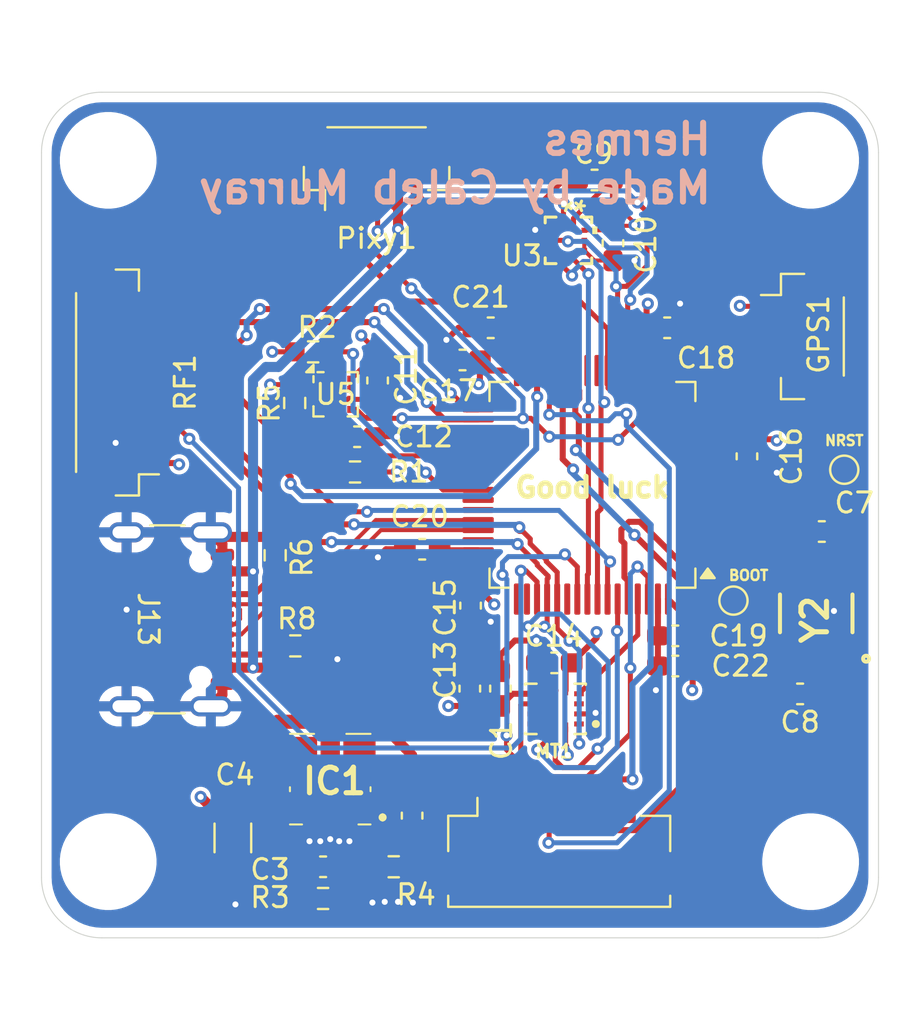
<source format=kicad_pcb>
(kicad_pcb (version 20241229) (generator "pcbnew") (generator_version "9.0")
  (layers (0 "F.Cu" signal) (4 "In1.Cu" signal) (6 "In2.Cu" signal) (2 "B.Cu" signal) (13 "F.Paste" user) (15 "B.Paste" user) (5 "F.SilkS" user "F.Silkscreen") (7 "B.SilkS" user "B.Silkscreen") (1 "F.Mask" user) (3 "B.Mask" user) (25 "Edge.Cuts" user))
  (net 0 "")
  (net 1 "GND")
  (net 2 "+3.3V")
  (net 3 "+VDC")
  (net 4 "Net-(IC1-FB)")
  (net 6 "Net-(U2-PC15)")
  (net 7 "Net-(Y2-GND_1)")
  (net 8 "Net-(Y2-GND_2)")
  (net 9 "Net-(U2-PC14)")
  (net 10 "Net-(U5-C1)")
  (net 11 "Net-(IC1-SW_1)")
  (net 15 "/PB3")
  (net 16 "/PB0")
  (net 17 "/PB2")
  (net 18 "/PB1")
  (net 19 "/MISO")
  (net 20 "/MOSI")
  (net 21 "/SCK")
  (net 22 "/SDA (I2C3)")
  (net 23 "/SCL (I2C3)")
  (net 24 "/PB6")
  (net 25 "Net-(J13-CC1)")
  (net 26 "Net-(J13-CC2)")
  (net 28 "/PB4")
  (net 30 "/PB7")
  (net 31 "/SCK(SPI1)")
  (net 39 "/PB8")
  (net 42 "/MOSI (SPI3)")
  (net 46 "/MISO (SPI3)")
  (net 47 "/SCK (SPI3)")
  (net 48 "/PB9")
  (net 53 "/PB5")
  (net 64 "Net-(U2-VCAP_2)")
  (net 65 "Net-(U2-VCAP_1)")
  (net 66 "Net-(U2-BOOT0)")
  (net 67 "Net-(U2-NRST)")
  (net 69 "/D+")
  (net 70 "/D-")
  (net 73 "/RX")
  (net 74 "/TX")
  (net 75 "/PB12")
  (net 76 "/PB11")
  (net 77 "/PB13")
  (footprint "Resistor_SMD:R_0603_1608Metric_Pad0.98x0.95mm_HandSolder" (layer "F.Cu") (at 131.5 154 180)
    (property "Reference" "R8")
    (property "Value" "5.1k" (hide yes))
  )
  (footprint "Capacitor_SMD:C_0603_1608Metric_Pad1.08x0.95mm_HandSolder" (layer "F.Cu") (at 150.3625 155 180)
    (property "Reference" "C22")
    (property "Value" "100nF" (hide yes))
  )
  (footprint "Capacitor_SMD:C_0603_1608Metric_Pad1.08x0.95mm_HandSolder" (layer "F.Cu") (at 134.5692 143.6116 180)
    (property "Reference" "C12")
    (property "Value" "220nF" (hide yes))
  )
  (footprint "Capacitor_SMD:C_0603_1608Metric_Pad1.08x0.95mm_HandSolder" (layer "F.Cu") (at 146.3559 130.8608 180)
    (property "Reference" "C9")
    (property "Value" "100nF" (hide yes))
  )
  (footprint "TestPoint:TestPoint_Pad_D1.0mm" (layer "F.Cu") (at 153.25 151.75)
    (property "Reference" "BOOT")
    (property "Value" "TestPoint" (hide yes))
  )
  (footprint "KiCad:TPSM84209RKHT" (layer "F.Cu") (at 133.2335 160.6186 180)
    (property "Reference" "IC1")
    (property "Value" "TPSM84209RKHT" (hide yes))
  )
  (footprint "Mounting:MountingHole_4.3mm_M4" (layer "F.Cu") (at 157.0812 129.8834)
    (property "Reference" "J2" (hide yes))
    (property "Value" "M4 Mounting" (hide yes))
  )
  (footprint "Capacitor_SMD:C_0603_1608Metric_Pad1.08x0.95mm_HandSolder" (layer "F.Cu") (at 150.3625 153.5 180)
    (property "Reference" "C19")
    (property "Value" "4.7uF" (hide yes))
  )
  (footprint "bmp390:10LGA_2X2X0p75_BOS" (layer "F.Cu") (at 145.0594 133.858 -90)
    (property "Reference" "U3")
    (property "Value" "BMP390" (hide yes))
  )
  (footprint "Capacitor_SMD:C_0603_1608Metric_Pad1.08x0.95mm_HandSolder" (layer "F.Cu") (at 139.8 139.8 180)
    (property "Reference" "C17")
    (property "Value" "100nF" (hide yes))
  )
  (footprint "Resistor_SMD:R_0603_1608Metric_Pad0.98x0.95mm_HandSolder" (layer "F.Cu") (at 134.4644 145.3619 180)
    (property "Reference" "R1")
    (property "Value" "10k" (hide yes))
  )
  (footprint "Capacitor_SMD:C_0603_1608Metric_Pad1.08x0.95mm_HandSolder" (layer "F.Cu") (at 156.5592 156.3844 180)
    (property "Reference" "C8")
    (property "Value" "12pF" (hide yes))
  )
  (footprint "Capacitor_SMD:C_0603_1608Metric_Pad1.08x0.95mm_HandSolder" (layer "F.Cu") (at 144.356075 154.8427)
    (property "Reference" "C14")
    (property "Value" "10nF" (hide yes))
  )
  (footprint "Connector_JST:JST_SHL_SM08B-SHLS-TF_1x08-1MP_P1.00mm_Horizontal" (layer "F.Cu") (at 144.6 163.85)
    (property "Reference" "J1" (hide yes))
    (property "Value" "ESC")
  )
  (footprint "Resistor_SMD:R_0603_1608Metric_Pad0.98x0.95mm_HandSolder" (layer "F.Cu") (at 131.4704 141.9352 -90)
    (property "Reference" "R5")
    (property "Value" "10k" (hide yes))
  )
  (footprint "Mounting:MountingHole_4.3mm_M4" (layer "F.Cu") (at 157.0812 164.719)
    (property "Reference" "J5" (hide yes))
    (property "Value" "M4 Mounting" (hide yes))
  )
  (footprint "Capacitor_SMD:C_0603_1608Metric_Pad1.08x0.95mm_HandSolder" (layer "F.Cu") (at 140.163138 156.121662 90)
    (property "Reference" "C13")
    (property "Value" "2.2uF" (hide yes))
  )
  (footprint "bmp390:ABMM2" (layer "F.Cu") (at 157.3592 152.3844 90)
    (property "Reference" "Y2")
    (property "Value" "ABMM2-32.768MHZ-E2F-T" (hide yes))
  )
  (footprint "Connector_USB:USB_C_Receptacle_GCT_USB4105-xx-A_16P_TopMnt_Horizontal" (layer "F.Cu") (at 124.2 152.68 -90)
    (property "Reference" "J13")
    (property "Value" "USB_C_Receptacle_USB2.0_16P" (hide yes))
  )
  (footprint "Mounting:MountingHole_4.3mm_M4" (layer "F.Cu") (at 122.2112 129.8834)
    (property "Reference" "J3" (hide yes))
    (property "Value" "M4 Mounting" (hide yes))
  )
  (footprint "Resistor_SMD:R_0603_1608Metric_Pad0.98x0.95mm_HandSolder" (layer "F.Cu") (at 132.8779 166.5454)
    (property "Reference" "R3")
    (property "Value" "10k" (hide yes))
  )
  (footprint "Capacitor_SMD:C_0603_1608Metric_Pad1.08x0.95mm_HandSolder" (layer "F.Cu") (at 137.2975 162.4306 90)
    (property "Reference" "C2" (hide yes))
    (property "Value" "10uF" (hide yes))
  )
  (footprint "Resistor_SMD:R_0603_1608Metric_Pad0.98x0.95mm_HandSolder" (layer "F.Cu") (at 136.385 164.9706)
    (property "Reference" "R4")
    (property "Value" "2.2k" (hide yes))
  )
  (footprint "Capacitor_SMD:C_0603_1608Metric_Pad1.08x0.95mm_HandSolder" (layer "F.Cu") (at 141.2 138.2 180)
    (property "Reference" "C21")
    (property "Value" "2.2uF" (hide yes))
  )
  (footprint "Capacitor_SMD:C_0603_1608Metric_Pad1.08x0.95mm_HandSolder" (layer "F.Cu") (at 140.2 152 -90)
    (property "Reference" "C15")
    (property "Value" "100nF" (hide yes))
  )
  (footprint "TestPoint:TestPoint_Pad_D1.0mm" (layer "F.Cu") (at 158.75 145.25)
    (property "Reference" "NRST")
    (property "Value" "TestPoint" (hide yes))
  )
  (footprint "Resistor_SMD:R_0603_1608Metric_Pad0.98x0.95mm_HandSolder" (layer "F.Cu") (at 130.5 149.5 -90)
    (property "Reference" "R6")
    (property "Value" "5.1k" (hide yes))
  )
  (footprint "Capacitor_SMD:C_0603_1608Metric_Pad1.08x0.95mm_HandSolder" (layer "F.Cu") (at 141.683513 156.120062 90)
    (property "Reference" "C1")
    (property "Value" "0.1uF" (hide yes))
  )
  (footprint "Capacitor_SMD:C_0603_1608Metric_Pad1.08x0.95mm_HandSolder" (layer "F.Cu") (at 147.2689 133.9973 -90)
    (property "Reference" "C10")
    (property "Value" "100nF" (hide yes))
  )
  (footprint "Capacitor_SMD:C_0603_1608Metric_Pad1.08x0.95mm_HandSolder" (layer "F.Cu") (at 153.920035 144.5844 -90)
    (property "Reference" "C16")
    (property "Value" "100nF" (hide yes))
  )
  (footprint "Package_LGA:LGA-12_2x2mm_P0.5mm" (layer "F.Cu") (at 133.5016 141.5037)
    (property "Reference" "U5")
    (property "Value" "LIS2MDL" (hide yes))
  )
  (footprint "Package_QFP:LQFP-64_10x10mm_P0.5mm" (layer "F.Cu") (at 146.25 146 180)
    (property "Reference" "U2" (hide yes))
    (property "Value" "STM32F405RGTx" (hide yes))
  )
  (footprint "Capacitor_SMD:C_0603_1608Metric_Pad1.08x0.95mm_HandSolder" (layer "F.Cu") (at 137.8 149.2 180)
    (property "Reference" "C20")
    (property "Value" "2.2uF" (hide yes))
  )
  (footprint "Connector_JST:JST_SH_BM09B-SRSS-TB_1x09-1MP_P1.00mm_Vertical" (layer "F.Cu") (at 122.627 140.9192 90)
    (property "Reference" "RF1")
    (property "Value" "RF" (hide yes))
  )
  (footprint "Capacitor_SMD:C_0603_1608Metric_Pad1.08x0.95mm_HandSolder" (layer "F.Cu") (at 135.5852 140.8176 90)
    (property "Reference" "C11")
    (property "Value" "100nF" (hide yes))
  )
  (footprint "forICM:XDCR_ICM-42605" (layer "F.Cu") (at 144.4185 157.1284 180)
    (property "Reference" "MT1")
    (property "Value" "ICM-42605" (hide yes))
  )
  (footprint "Capacitor_SMD:C_1206_3216Metric_Pad1.33x1.80mm_HandSolder" (layer "F.Cu") (at 128.4 163.5375 -90)
    (property "Reference" "C4")
    (property "Value" "47uF" (hide yes))
  )
  (footprint "Resistor_SMD:R_0603_1608Metric_Pad0.98x0.95mm_HandSolder" (layer "F.Cu") (at 132.3848 139.3952 180)
    (property "Reference" "R2")
    (property "Value" "10k" (hide yes))
  )
  (footprint "Connector_JST:JST_SH_BM04B-SRSS-TB_1x04-1MP_P1.00mm_Vertical" (layer "F.Cu") (at 156.718 138.6332 -90)
    (property "Reference" "GPS1")
    (property "Value" "GPS" (hide yes))
  )
  (footprint "Mounting:MountingHole_4.3mm_M4" (layer "F.Cu") (at 122.2112 164.719)
    (property "Reference" "J4" (hide yes))
    (property "Value" "M4 Mounting" (hide yes))
  )
  (footprint "Capacitor_SMD:C_0603_1608Metric_Pad1.08x0.95mm_HandSolder" (layer "F.Cu") (at 157.636335 148.3195 180)
    (property "Reference" "C7")
    (property "Value" "12pF" (hide yes))
  )
  (footprint "Capacitor_SMD:C_0603_1608Metric_Pad1.08x0.95mm_HandSolder" (layer "F.Cu") (at 132.879 164.9706)
    (property "Reference" "C3")
    (property "Value" "330pF" (hide yes))
  )
  (footprint "Connector_JST:JST_SH_BM05B-SRSS-TB_1x05-1MP_P1.00mm_Vertical" (layer "F.Cu") (at 135.5344 130.2512)
    (property "Reference" "Pixy1")
    (property "Value" "Pixy2" (hide yes))
  )
  (footprint "Capacitor_SMD:C_0603_1608Metric_Pad1.08x0.95mm_HandSolder" (layer "F.Cu") (at 149.9616 138.2)
    (property "Reference" "C18")
    (property "Value" "100nF" (hide yes))
  )
  (gr_arc (start 121.9 168.5) (mid 119.77868 167.62132) (end 118.9 165.5) (stroke (width 0.05)) (layer "Edge.Cuts"))
  (gr_line (start 121.9 126.5) (end 157.45 126.5) (stroke (width 0.05)) (layer "Edge.Cuts"))
  (gr_arc (start 160.45 165.5) (mid 159.57132 167.62132) (end 157.45 168.5) (stroke (width 0.05)) (layer "Edge.Cuts"))
  (gr_line (start 118.9 165.5) (end 118.9 129.5) (stroke (width 0.05)) (layer "Edge.Cuts"))
  (gr_line (start 160.45 129.5) (end 160.45 165.5) (stroke (width 0.05)) (layer "Edge.Cuts"))
  (gr_line (start 157.45 168.5) (end 121.9 168.5) (stroke (width 0.05)) (layer "Edge.Cuts"))
  (gr_arc (start 118.9 129.5) (mid 119.77868 127.37868) (end 121.9 126.5) (stroke (width 0.05)) (layer "Edge.Cuts"))
  (gr_arc (start 157.45 126.5) (mid 159.57132 127.37868) (end 160.45 129.5) (stroke (width 0.05)) (layer "Edge.Cuts"))
  (gr_text "Good luck" (at 142.2908 146.7104 0) (layer "F.SilkS") (effects (font (size 1 1) (thickness 0.25) (bold yes)) (justify left bottom)))
  (gr_text "Hermes\nMade by Caleb Murray\n" (at 152.2984 132.1308 0) (layer "B.SilkS") (effects (font (size 1.5 1.5) (thickness 0.3) (bold yes)) (justify left bottom mirror)))
  (segment (start 152.9875 144.25) (end 154.2 145.4625) (width 0.3) (layer "F.Cu") (net 1))
  (segment (start 158.239617 152.264818) (end 158.319035 152.344235) (width 0.7) (layer "F.Cu") (net 1))
  (segment (start 137.2975 166.7109) (end 136.5986 166.7109) (width 0.7) (layer "F.Cu") (net 1))
  (segment (start 133.2335 160.6186) (end 133.2335 163.599) (width 0.7) (layer "F.Cu") (net 1))
  (segment (start 138.4156 162.175) (end 137.2975 163.2931) (width 0.7) (layer "F.Cu") (net 1))
  (segment (start 149.5 140.325) (end 149.5 139.3625) (width 0.3) (layer "F.Cu") (net 1))
  (segment (start 133.9813 141.7537) (end 133.9596 141.732) (width 0.25) (layer "F.Cu") (net 1))
  (segment (start 135.4317 143.6116) (end 136.5504 143.6116) (width 0.25) (layer "F.Cu") (net 1))
  (segment (start 138.4156 162.175) (end 141.1 162.175) (width 0.7) (layer "F.Cu") (net 1))
  (segment (start 140.163138 155.259162) (end 141.681913 155.259162) (width 0.3) (layer "F.Cu") (net 1))
  (segment (start 143.429201 133.358001) (end 143.4081 133.3369) (width 0.3) (layer "F.Cu") (net 1))
  (segment (start 147.2689 134.8598) (end 148.3346 134.8598) (width 0.2) (layer "F.Cu") (net 1))
  (segment (start 144.8308 130.8608) (end 143.4081 132.2835) (width 0.25) (layer "F.Cu") (net 1))
  (segment (start 141.683513 155.257562) (end 141.683513 154.448887) (width 0.3) (layer "F.Cu") (net 1))
  (segment (start 148.3346 134.8598) (end 148.3357 134.8609) (width 0.2) (layer "F.Cu") (net 1))
  (segment (start 127.88 149.48) (end 127.88 148.935) (width 0.5) (layer "F.Cu") (net 1))
  (segment (start 133.7516 141.94) (end 133.9596 141.732) (width 0.25) (layer "F.Cu") (net 1))
  (segment (start 136.7017 141.6801) (end 136.7028 141.6812) (width 0.25) (layer "F.Cu") (net 1))
  (segment (start 123.125 157) (end 123.125 152.2) (width 0.5) (layer "F.Cu") (net 1))
  (segment (start 149.5 155) (end 149.5 156.1) (width 0.3) (layer "F.Cu") (net 1))
  (segment (start 132.2044 163.7006) (end 132.0774 163.7006) (width 0.7) (layer "F.Cu") (net 1))
  (segment (start 141.1375 152.8625) (end 141.2 152.8) (width 0.3) (layer "F.Cu") (net 1))
  (segment (start 127.88 148.935) (end 127.305 148.36) (width 0.5) (layer "F.Cu") (net 1))
  (segment (start 150.8909 138.1332) (end 150.8241 138.2) (width 0.25) (layer "F.Cu") (net 1))
  (segment (start 135.5116 141.7537) (end 135.5852 141.6801) (width 0.25) (layer "F.Cu") (net 1))
  (segment (start 137.5344 131.5762) (end 139.2951 133.3369) (width 0.3) (layer "F.Cu") (net 1))
  (segment (start 134.2618 163.7006) (end 133.6776 163.7006) (width 0.7) (layer "F.Cu") (net 1))
  (segment (start 136 149.2) (end 135.6 149.6) (width 0.3) (layer "F.Cu") (net 1))
  (segment (start 146.3548 157.3784) (end 146.4056 157.3276) (width 0.25) (layer "F.Cu") (net 1))
  (segment (start 144.4185 156.2159) (end 143.9185 156.2159) (width 0.3) (layer "F.Cu") (net 1))
  (segment (start 127.88 155.88) (end 127.88 156.425) (width 0.5) (layer "F.Cu") (net 1))
  (segment (start 151.925 144.25) (end 152.9875 144.25) (width 0.3) (layer "F.Cu") (net 1))
  (segment (start 137.2975 163.2931) (end 137.2975 164.1578) (width 0.7) (layer "F.Cu") (net 1))
  (segment (start 149.5 139.3625) (end 150.6625 138.2) (width 0.3) (layer "F.Cu") (net 1))
  (segment (start 123.952 143.9192) (end 122.5832 143.9192) (width 0.3) (layer "F.Cu") (net 1))
  (segment (start 137.2975 164.1578) (end 137.2975 164.9706) (width 0.7) (layer "F.Cu") (net 1))
  (segment (start 127.5325 148.5875) (end 127.305 148.36) (width 0.5) (layer "F.Cu") (net 1))
  (segment (start 142.398338 153.734062) (end 143.465138 153.734062) (width 0.3) (layer "F.Cu") (net 1))
  (segment (start 140.2 152.8625) (end 141.1375 152.8625) (width 0.3) (layer "F.Cu") (net 1))
  (segment (start 133.2335 163.599) (end 133.3351 163.7006) (width 0.7) (layer "F.Cu") (net 1))
  (segment (start 132.4125 154) (end 132.927562 154) (width 0.3) (layer "F.Cu") (net 1))
  (segment (start 156.1592 150.1844) (end 158.239617 152.264818) (width 0.7) (layer "F.Cu") (net 1))
  (segment (start 136.5986 166.7109) (end 135.9382 166.7109) (width 0.7) (layer "F.Cu") (net 1))
  (segment (start 149.5 153.5) (end 149.5 155) (width 0.3) (layer "F.Cu") (net 1))
  (segment (start 143.9185 155.267625) (end 143.493575 154.8427) (width 0.3) (layer "F.Cu") (net 1))
  (segment (start 127.305 148.36) (end 123.125 148.36) (width 0.5) (layer "F.Cu") (net 1))
  (segment (start 141.683513 154.448887) (end 142.398338 153.734062) (width 0.3) (layer "F.Cu") (net 1))
  (segment (start 154.2 145.4625) (end 155.3375 145.4625) (width 0.3) (layer "F.Cu") (net 1))
  (segment (start 139.6 138.2) (end 139 138.8) (width 0.3) (layer "F.Cu") (net 1))
  (segment (start 143.4081 132.2835) (end 143.4081 133.3369) (width 0.25) (layer "F.Cu") (net 1))
  (segment (start 140.3375 138.2) (end 139.6 138.2) (width 0.3) (layer "F.Cu") (net 1))
  (segment (start 132.7378 163.7006) (end 132.2044 163.7006) (width 0.7) (layer "F.Cu") (net 1))
  (segment (start 149.5 151.675) (end 149.5 153.5) (width 0.3) (layer "F.Cu") (net 1))
  (segment (start 146.348601 134.8598) (end 145.8468 134.357999) (width 0.2) (layer "F.Cu") (net 1))
  (segment (start 139.2951 133.3369) (end 143.4081 133.3369) (width 0.3) (layer "F.Cu") (net 1))
  (segment (start 134.2641 141.7537) (end 133.9813 141.7537) (width 0.25) (layer "F.Cu") (net 1))
  (segment (start 130.5 148.5875) (end 127.5325 148.5875) (width 0.5) (layer "F.Cu") (net 1))
  (segment (start 155.393 138.1332) (end 150.8909 138.1332) (width 0.25) (layer "F.Cu") (net 1))
  (segment (start 134.2641 141.7537) (end 135.5116 141.7537) (width 0.25) (layer "F.Cu") (net 1))
  (segment (start 127.88 156.425) (end 127.305 157) (width 0.5) (layer "F.Cu") (net 1))
  (segment (start 133.7516 142.2662) (end 133.7516 141.94) (width 0.25) (layer "F.Cu") (net 1))
  (segment (start 155.3375 145.4625) (end 155.4 145.4) (width 0.3) (layer "F.Cu") (net 1))
  (segment (start 144.272 133.358001) (end 143.429201 133.358001) (width 0.3) (layer "F.Cu") (net 1))
  (segment (start 133.6776 163.7006) (end 132.7378 163.7006) (width 0.7) (layer "F.Cu") (net 1))
  (segment (start 143.9185 156.2159) (end 143.9185 155.267625) (width 0.3) (layer "F.Cu") (net 1))
  (segment (start 150.6625 137.0625) (end 150.6 137) (width 0.3) (layer "F.Cu") (net 1))
  (segment (start 137.2975 164.9706) (end 137.2975 166.7109) (width 0.7) (layer "F.Cu") (net 1))
  (segment (start 132.927562 154) (end 133.588781 154.661219) (width 0.3) (layer "F.Cu") (net 1))
  (segment (start 145.8468 134.357999) (end 145.8468 133.858) (width 0.2) (layer "F.Cu") (net 1))
  (segment (start 150.6625 138.2) (end 150.6625 137.0625) (width 0.3) (layer "F.Cu") (net 1))
  (segment (start 128.4 165.1) (end 128.4 166.7125) (width 0.7) (layer "F.Cu") (net 1))
  (segment (start 128.4 166.7125) (end 128.527 166.8395) (width 0.7) (layer "F.Cu") (net 1))
  (segment (start 134.1856 163.7006) (end 134.2618 163.7006) (width 0.7) (layer "F.Cu") (net 1))
  (segment (start 133.3351 163.7006) (end 134.1856 163.7006) (width 0.7) (layer "F.Cu") (net 1))
  (segment (start 127.305 157) (end 123.125 157) (width 0.5) (layer "F.Cu") (net 1))
  (segment (start 145.4934 130.8608) (end 144.8308 130.8608) (width 0.25) (layer "F.Cu") (net 1))
  (segment (start 135.5852 141.6801) (end 136.7017 141.6801) (width 0.25) (layer "F.Cu") (net 1))
  (segment (start 122.5832 143.9192) (end 122.5804 143.9164) (width 0.3) (layer "F.Cu") (net 1))
  (segment (start 147.2689 134.8598) (end 146.348601 134.8598) (width 0.2) (layer "F.Cu") (net 1))
  (segment (start 145.581 157.3784) (end 146.3548 157.3784) (width 0.25) (layer "F.Cu") (net 1))
  (segment (start 138.9375 139.8) (end 138.9375 138.8625) (width 0.3) (layer "F.Cu") (net 1))
  (segment (start 158.319035 152.344235) (end 158.319035 154.5844) (width 0.7) (layer "F.Cu") (net 1))
  (segment (start 143.493575 154.8427) (end 143.493575 153.762499) (width 0.3) (layer "F.Cu") (net 1))
  (segment (start 141.681913 155.259162) (end 141.683513 155.257562) (width 0.3) (layer "F.Cu") (net 1))
  (segment (start 135.9382 166.7109) (end 135.3663 166.7109) (width 0.7) (layer "F.Cu") (net 1))
  (segment (start 136.9375 149.2) (end 136 149.2) (width 0.3) (layer "F.Cu") (net 1))
  (segment (start 123.125 152.2) (end 123.125 148.36) (width 0.5) (layer "F.Cu") (net 1))
  (segment (start 149.5 156.1) (end 149.4 156.2) (width 0.3) (layer "F.Cu") (net 1))
  (via (at 149.4 156.2) (size 0.6) (drill 0.3) (layers "F.Cu" "B.Cu") (net 1))
  (via (at 136.7028 141.6812) (size 0.6) (drill 0.3) (layers "F.Cu" "B.Cu") (net 1))
  (via (at 133.6776 163.7006) (size 0.6) (drill 0.3) (layers "F.Cu" "B.Cu") (net 1))
  (via (at 143.465138 153.734062) (size 0.6) (drill 0.3) (layers "F.Cu" "B.Cu") (net 1))
  (via (at 137.3352 166.7486) (size 0.6) (drill 0.3) (layers "F.Cu" "B.Cu") (net 1))
  (via (at 136.5986 166.7109) (size 0.6) (drill 0.3) (layers "F.Cu" "B.Cu") (net 1))
  (via (at 148.3357 134.8609) (size 0.6) (drill 0.3) (layers "F.Cu" "B.Cu") (net 1))
  (via (at 133.588781 154.661219) (size 0.6) (drill 0.3) (layers "F.Cu" "B.Cu") (net 1))
  (via (at 139 138.8) (size 0.6) (drill 0.3) (layers "F.Cu" "B.Cu") (net 1))
  (via (at 135.9382 166.7109) (size 0.6) (drill 0.3) (layers "F.Cu" "B.Cu") (net 1))
  (via (at 132.7378 163.7006) (size 0.6) (drill 0.3) (layers "F.Cu" "B.Cu") (net 1))
  (via (at 155.4 145.4) (size 0.6) (drill 0.3) (layers "F.Cu" "B.Cu") (net 1))
  (via (at 132.2044 163.7006) (size 0.6) (drill 0.3) (layers "F.Cu" "B.Cu") (net 1))
  (via (at 123.125 152.2) (size 0.6) (drill 0.3) (layers "F.Cu" "B.Cu") (net 1))
  (via (at 122.5804 143.9164) (size 0.6) (drill 0.3) (layers "F.Cu" "B.Cu") (net 1))
  (via (at 150.6 137) (size 0.6) (drill 0.3) (layers "F.Cu" "B.Cu") (net 1))
  (via (at 158.239617 152.264818) (size 0.6) (drill 0.3) (layers "F.Cu" "B.Cu") (net 1))
  (via (at 135.6 149.6) (size 0.6) (drill 0.3) (layers "F.Cu" "B.Cu") (net 1))
  (via (at 128.527 166.8395) (size 0.6) (drill 0.3) (layers "F.Cu" "B.Cu") (net 1))
  (via (at 133.2335 163.599) (size 0.6) (drill 0.3) (layers "F.Cu" "B.Cu") (net 1))
  (via (at 136.5504 143.6116) (size 0.6) (drill 0.3) (layers "F.Cu" "B.Cu") (net 1))
  (via (at 135.3286 166.7486) (size 0.6) (drill 0.3) (layers "F.Cu" "B.Cu") (net 1))
  (via (at 146.4056 157.3276) (size 0.6) (drill 0.3) (layers "F.Cu" "B.Cu") (net 1))
  (via (at 143.4081 133.3369) (size 0.6) (drill 0.3) (layers "F.Cu" "B.Cu") (net 1))
  (via (at 141.2 152.8) (size 0.6) (drill 0.3) (layers "F.Cu" "B.Cu") (net 1))
  (via (at 134.1856 163.7006) (size 0.6) (drill 0.3) (layers "F.Cu" "B.Cu") (net 1))
  (segment (start 154.1875 143.75) (end 154.2 143.7375) (width 0.3) (layer "F.Cu") (net 2))
  (segment (start 145.8468 133.358001) (end 147.045699 133.358001) (width 0.2) (layer "F.Cu") (net 2))
  (segment (start 141.681913 156.984162) (end 141.683513 156.982562) (width 0.3) (layer "F.Cu") (net 2))
  (segment (start 151.225 153.5) (end 151.225 152.900001) (width 0.3) (layer "F.Cu") (net 2))
  (segment (start 130.2531 141.0227) (end 130.2512 141.0208) (width 0.25) (layer "F.Cu") (net 2))
  (segment (start 144.9185 156.2159) (end 144.9185 155.142775) (width 0.3) (layer "F.Cu") (net 2))
  (segment (start 140.2 151.1375) (end 140.5711 151.1375) (width 0.3) (layer "F.Cu") (net 2))
  (segment (start 149 138.2625) (end 148.9375 138.2) (width 0.3) (layer "F.Cu") (net 2))
  (segment (start 140.575 149.749999) (end 140.575 150.7625) (width 0.3) (layer "F.Cu") (net 2))
  (segment (start 135.5852 139.3952) (end 134.7724 138.5824) (width 0.25) (layer "F.Cu") (net 2))
  (segment (start 128.4 161.975) (end 127.275 161.975) (width 0.5) (layer "F.Cu") (net 2))
  (segment (start 155.393 137.1332) (end 153.5924 137.1332) (width 0.25) (layer "F.Cu") (net 2))
  (segment (start 128.4 160.0001) (end 128.4 161.975) (width 0.7) (layer "F.Cu") (net 2))
  (segment (start 134.2641 141.2537) (end 134.2641 140.7537) (width 0.25) (layer "F.Cu") (net 2))
  (segment (start 148.9375 138.2) (end 148.9375 137.0625) (width 0.3) (layer "F.Cu") (net 2))
  (segment (start 131.4704 141.0227) (end 130.2531 141.0227) (width 0.25) (layer "F.Cu") (net 2))
  (segment (start 140.163138 156.984162) (end 141.681913 156.984162) (width 0.3) (layer "F.Cu") (net 2))
  (segment (start 151.225 156.175) (end 151.2 156.2) (width 0.3) (layer "F.Cu") (net 2))
  (segment (start 130.6325 157.7676) (end 128.4 160.0001) (width 0.7) (layer "F.Cu") (net 2))
  (segment (start 140.6625 140.9375) (end 140.6 141) (width 0.3) (layer "F.Cu") (net 2))
  (segment (start 132.0165 164.9706) (end 132.0165 166.4943) (width 0.5) (layer "F.Cu") (net 2))
  (segment (start 143.256 156.3784) (end 142.287675 156.3784) (width 0.3) (layer "F.Cu") (net 2))
  (segment (start 154.2 143.7375) (end 155.3375 143.7375) (width 0.3) (layer "F.Cu") (net 2))
  (segment (start 148.336 133.096) (end 148.336 132.9944) (width 0.2) (layer "F.Cu") (net 2))
  (segment (start 140.5711 151.1375) (end 141.3764 151.9428) (width 0.3) (layer "F.Cu") (net 2))
  (segment (start 131.4723 139.3952) (end 130.3528 139.3952) (width 0.25) (layer "F.Cu") (net 2))
  (segment (start 151.225 155) (end 151.225 156.175) (width 0.3) (layer "F.Cu") (net 2))
  (segment (start 134.6835 159.6936) (end 134.6835 158.1866) (width 0.7) (layer "F.Cu") (net 2))
  (segment (start 155.3375 143.7375) (end 155.4 143.8) (width 0.3) (layer "F.Cu") (net 2))
  (segment (start 140.6625 139.8) (end 140.6625 140.9375) (width 0.3) (layer "F.Cu") (net 2))
  (segment (start 148.2972 133.1348) (end 148.336 133.096) (width 0.2) (layer "F.Cu") (net 2))
  (segment (start 151.925 143.75) (end 154.1875 143.75) (width 0.3) (layer "F.Cu") (net 2))
  (segment (start 141.1875 140.325) (end 140.6625 139.8) (width 0.3) (layer "F.Cu") (net 2))
  (segment (start 131.3956 164.9706) (end 128.4 161.975) (width 0.5) (layer "F.Cu") (net 2))
  (segment (start 145.218575 154.8427) (end 146.4564 153.604875) (width 0.3) (layer "F.Cu") (net 2))
  (segment (start 136.5273 145.3619) (end 136.5504 145.3388) (width 0.25) (layer "F.Cu") (net 2))
  (segment (start 148.336 132.9944) (end 147.2184 131.8768) (width 0.2) (layer "F.Cu") (net 2))
  (segment (start 144.9185 155.142775) (end 145.218575 154.8427) (width 0.3) (layer "F.Cu") (net 2))
  (segment (start 153.5924 137.1332) (end 153.5684 137.1092) (width 0.25) (layer "F.Cu") (net 2))
  (segment (start 147.2184 130.8608) (end 145.3094 132.7698) (width 0.25) (layer "F.Cu") (net 2))
  (segment (start 140.163138 156.984162) (end 139.097438 156.984162) (width 0.3) (layer "F.Cu") (net 2))
  (segment (start 148.9375 137.0625) (end 149 137) (width 0.3) (layer "F.Cu") (net 2))
  (segment (start 123.952 144.9192) (end 125.666 144.9192) (width 0.3) (layer "F.Cu") (net 2))
  (segment (start 135.5852 139.9551) (end 135.5852 139.3952) (width 0.25) (layer "F.Cu") (net 2))
  (segment (start 135.5852 139.9551) (end 135.0627 139.9551) (width 0.25) (layer "F.Cu") (net 2))
  (segment (start 134.6835 158.1866) (end 134.2645 157.7676) (width 0.7) (layer "F.Cu") (net 2))
  (segment (start 147.2689 133.1348) (end 148.2972 133.1348) (width 0.2) (layer "F.Cu") (net 2))
  (segment (start 134.2645 157.7676) (end 130.6325 157.7676) (width 0.7) (layer "F.Cu") (net 2))
  (segment (start 147.045699 133.358001) (end 147.2689 133.1348) (width 0.2) (layer "F.Cu") (net 2))
  (segment (start 149 140.325) (end 149 138.2625) (width 0.3) (layer "F.Cu") (net 2))
  (segment (start 145.3094 132.7698) (end 145.3094 133.0706) (width 0.25) (layer "F.Cu") (net 2))
  (segment (start 140.575 150.7625) (end 140.2 151.1375) (width 0.3) (layer "F.Cu") (net 2))
  (segment (start 127.275 161.975) (end 126.8 161.5) (width 0.5) (layer "F.Cu") (net 2))
  (segment (start 146.4564 153.604875) (end 146.4564 153.3144) (width 0.3) (layer "F.Cu") (net 2))
  (segment (start 147.2184 131.8768) (end 147.2184 130.8608) (width 0.2) (layer "F.Cu") (net 2))
  (segment (start 142.500001 140.325) (end 141.1875 140.325) (width 0.3) (layer "F.Cu") (net 2))
  (segment (start 125.666 144.9192) (end 125.73 144.9832) (width 0.3) (layer "F.Cu") (net 2))
  (segment (start 135.0627 139.9551) (end 134.2641 140.7537) (width 0.25) (layer "F.Cu") (net 2))
  (segment (start 132.0165 166.4943) (end 131.9654 166.5454) (width 0.5) (layer "F.Cu") (net 2))
  (segment (start 151.225 152.900001) (end 149.999999 151.675) (width 0.3) (layer "F.Cu") (net 2))
  (segment (start 135.3769 145.3619) (end 136.5273 145.3619) (width 0.25) (layer "F.Cu") (net 2))
  (segment (start 132.0165 164.9706) (end 131.3956 164.9706) (width 0.5) (layer "F.Cu") (net 2))
  (segment (start 142.287675 156.3784) (end 141.683513 156.982562) (width 0.3) (layer "F.Cu") (net 2))
  (segment (start 151.225 153.5) (end 151.225 155) (width 0.3) (layer "F.Cu") (net 2))
  (via (at 126.8 161.5) (size 0.6) (drill 0.3) (layers "F.Cu" "B.Cu") (net 2))
  (via (at 153.5684 137.1092) (size 0.6) (drill 0.3) (layers "F.Cu" "B.Cu") (net 2))
  (via (at 136.5504 145.3388) (size 0.6) (drill 0.3) (layers "F.Cu" "B.Cu") (net 2))
  (via (at 155.4 143.8) (size 0.6) (drill 0.3) (layers "F.Cu" "B.Cu") (net 2))
  (via (at 146.4564 153.3144) (size 0.6) (drill 0.3) (layers "F.Cu" "B.Cu") (net 2))
  (via (at 148.336 133.096) (size 0.6) (drill 0.3) (layers "F.Cu" "B.Cu") (net 2))
  (via (at 151.2 156.2) (size 0.6) (drill 0.3) (layers "F.Cu" "B.Cu") (net 2))
  (via (at 139.096338 156.985262) (size 0.6) (drill 0.3) (layers "F.Cu" "B.Cu") (net 2))
  (via (at 130.2512 141.0208) (size 0.6) (drill 0.3) (layers "F.Cu" "B.Cu") (net 2))
  (via (at 130.3528 139.3952) (size 0.6) (drill 0.3) (layers "F.Cu" "B.Cu") (net 2))
  (via (at 134.7724 138.5824) (size 0.6) (drill 0.3) (layers "F.Cu" "B.Cu") (net 2))
  (via (at 125.73 144.9832) (size 0.6) (drill 0.3) (layers "F.Cu" "B.Cu") (net 2))
  (via (at 149 137) (size 0.6) (drill 0.3) (layers "F.Cu" "B.Cu") (net 2))
  (via (at 140.6 141) (size 0.6) (drill 0.3) (layers "F.Cu" "B.Cu") (net 2))
  (via (at 141.3764 151.9428) (size 0.6) (drill 0.3) (layers "F.Cu" "B.Cu") (net 2))
  (segment (start 142.1 161.554478) (end 142.1 162.175) (width 0.7) (layer "F.Cu") (net 3))
  (segment (start 136.6012 131.643) (end 136.5344 131.5762) (width 0.5) (layer "F.Cu") (net 3))
  (segment (start 134.9335 161.6686) (end 137.197 161.6686) (width 0.7) (layer "F.Cu") (net 3))
  (segment (start 137.197 161.6686) (end 137.2975 161.7691) (width 0.7) (layer "F.Cu") (net 3))
  (segment (start 127.9 150.3) (end 127.88 150.28) (width 0.5) (layer "F.Cu") (net 3))
  (segment (start 129.4 155.08) (end 132.9469 155.08) (width 0.5) (layer "F.Cu") (net 3))
  (segment (start 139.74825 160.999) (end 141.544522 160.999) (width 0.7) (layer "F.Cu") (net 3))
  (segment (start 137.2975 159.4306) (end 137.2975 161.5681) (width 0.5) (layer "F.Cu") (net 3))
  (segment (start 127.88 155.08) (end 129.4 155.08) (width 0.5) (layer "F.Cu") (net 3))
  (segment (start 141.544522 160.999) (end 142.1 161.554478) (width 0.7) (layer "F.Cu") (net 3))
  (segment (start 137.374 161.6926) (end 137.2975 161.7691) (width 0.7) (layer "F.Cu") (net 3))
  (segment (start 129.4 150.3) (end 127.9 150.3) (width 0.5) (layer "F.Cu") (net 3))
  (segment (start 137.8666 160.999) (end 139.74825 160.999) (width 0.7) (layer "F.Cu") (net 3))
  (segment (start 137.2975 161.5681) (end 137.8666 160.999) (width 0.7) (layer "F.Cu") (net 3))
  (segment (start 136.6012 133.2992) (end 136.6012 131.643) (width 0.5) (layer "F.Cu") (net 3))
  (segment (start 132.9469 155.08) (end 137.2975 159.4306) (width 0.5) (layer "F.Cu") (net 3))
  (via (at 129.4 155.08) (size 0.6) (drill 0.3) (layers "F.Cu" "B.Cu") (net 3))
  (via (at 129.4 150.3) (size 0.6) (drill 0.3) (layers "F.Cu" "B.Cu") (net 3))
  (via (at 136.6012 133.2992) (size 0.6) (drill 0.3) (layers "F.Cu" "B.Cu") (net 3))
  (segment (start 130.041725 140.1462) (end 130.663875 140.1462) (width 0.5) (layer "B.Cu") (net 3))
  (segment (start 129.4 140.787925) (end 130.041725 140.1462) (width 0.5) (layer "B.Cu") (net 3))
  (segment (start 129.4 155.08) (end 129.4 150.3) (width 0.5) (layer "B.Cu") (net 3))
  (segment (start 136.6012 134.208875) (end 136.6012 133.2992) (width 0.5) (layer "B.Cu") (net 3))
  (segment (start 130.663875 140.1462) (end 136.6012 134.208875) (width 0.5) (layer "B.Cu") (net 3))
  (segment (start 129.4 150.3) (end 129.4 140.787925) (width 0.5) (layer "B.Cu") (net 3))
  (segment (start 135.0835 162.5186) (end 135.0835 164.5816) (width 0.5) (layer "F.Cu") (net 4))
  (segment (start 133.7904 165.0195) (end 133.7415 164.9706) (width 0.5) (layer "F.Cu") (net 4))
  (segment (start 133.7904 166.5454) (end 133.7904 165.0195) (width 0.5) (layer "F.Cu") (net 4))
  (segment (start 135.4725 164.9706) (end 133.7415 164.9706) (width 0.5) (layer "F.Cu") (net 4))
  (segment (start 135.0835 164.5816) (end 135.4725 164.9706) (width 0.5) (layer "F.Cu") (net 4))
  (segment (start 151.925 148.25) (end 156.704335 148.25) (width 0.25) (layer "F.Cu") (net 6))
  (segment (start 156.704335 148.25) (end 156.773835 148.3195) (width 0.25) (layer "F.Cu") (net 6))
  (segment (start 156.688735 148.2344) (end 156.773835 148.3195) (width 0.3) (layer "F.Cu") (net 6))
  (segment (start 158.498835 148.3195) (end 158.498835 150.175035) (width 0.4) (layer "F.Cu") (net 7))
  (segment (start 158.498835 150.175035) (end 158.5082 150.1844) (width 0.4) (layer "F.Cu") (net 7))
  (segment (start 156.1592 155.1219) (end 157.4217 156.3844) (width 0.4) (layer "F.Cu") (net 8))
  (segment (start 156.1592 154.5844) (end 156.1592 155.1219) (width 0.4) (layer "F.Cu") (net 8))
  (segment (start 155.6967 156.3844) (end 154.686 155.3737) (width 0.3) (layer "F.Cu") (net 9))
  (segment (start 153.5252 148.75) (end 151.925 148.75) (width 0.3) (layer "F.Cu") (net 9))
  (segment (start 154.686 149.9108) (end 153.5252 148.75) (width 0.3) (layer "F.Cu") (net 9))
  (segment (start 154.686 155.3737) (end 154.686 149.9108) (width 0.3) (layer "F.Cu") (net 9))
  (segment (start 133.2516 142.2662) (end 133.2516 143.1565) (width 0.25) (layer "F.Cu") (net 10))
  (segment (start 133.2516 143.1565) (end 133.7067 143.6116) (width 0.25) (layer "F.Cu") (net 10))
  (segment (start 131.7835 159.6936) (end 131.7835 161.4186) (width 0.5) (layer "F.Cu") (net 11))
  (segment (start 131.7835 161.4186) (end 131.5335 161.6686) (width 0.5) (layer "F.Cu") (net 11))
  (segment (start 145.5 150.072) (end 144.8816 149.4536) (width 0.25) (layer "F.Cu") (net 15))
  (segment (start 141.8844 150.4188) (end 141.8336 150.4696) (width 0.3) (layer "F.Cu") (net 15))
  (segment (start 141.8336 150.4696) (end 141.7828 150.4696) (width 0.3) (layer "F.Cu") (net 15))
  (segment (start 143.1 160.2704) (end 143.1 162.175) (width 0.25) (layer "F.Cu") (net 15))
  (segment (start 145.5 151.675) (end 145.5 150.072) (width 0.25) (layer "F.Cu") (net 15))
  (segment (start 141.986 159.1564) (end 143.1 160.2704) (width 0.25) (layer "F.Cu") (net 15))
  (segment (start 141.986 158.4452) (end 141.986 159.1564) (width 0.25) (layer "F.Cu") (net 15))
  (via (at 141.7828 150.4696) (size 0.6) (drill 0.3) (layers "F.Cu" "B.Cu") (net 15))
  (via (at 141.986 158.4452) (size 0.6) (drill 0.3) (layers "F.Cu" "B.Cu") (net 15))
  (via (at 144.8816 149.4536) (size 0.6) (drill 0.3) (layers "F.Cu" "B.Cu") (net 15))
  (segment (start 141.7828 149.86) (end 141.7828 150.4696) (width 0.25) (layer "B.Cu") (net 15))
  (segment (start 144.8816 149.4536) (end 144.769162 149.566038) (width 0.25) (layer "B.Cu") (net 15))
  (segment (start 141.7828 150.4696) (end 142.0024 150.6892) (width 0.25) (layer "B.Cu") (net 15))
  (segment (start 142.076762 149.566038) (end 141.7828 149.86) (width 0.25) (layer "B.Cu") (net 15))
  (segment (start 142.0024 150.6892) (end 142.0024 158.4288) (width 0.25) (layer "B.Cu") (net 15))
  (segment (start 142.0024 158.4288) (end 141.986 158.4452) (width 0.25) (layer "B.Cu") (net 15))
  (segment (start 144.769162 149.566038) (end 142.076762 149.566038) (width 0.25) (layer "B.Cu") (net 15))
  (segment (start 145.5 141.2328) (end 145.5928 141.3256) (width 0.3) (layer "F.Cu") (net 16))
  (segment (start 145.399 142.458854) (end 145.574 142.633854) (width 0.3) (layer "F.Cu") (net 16))
  (segment (start 145.5 140.325) (end 145.5 141.2328) (width 0.3) (layer "F.Cu") (net 16))
  (segment (start 145.5928 141.725746) (end 145.399 141.919546) (width 0.3) (layer "F.Cu") (net 16))
  (segment (start 146.1 161.550001) (end 146.1 162.175) (width 0.3) (layer "F.Cu") (net 16))
  (segment (start 145.574 144.123) (end 145.425 144.272) (width 0.3) (layer "F.Cu") (net 16))
  (segment (start 145.399 141.919546) (end 145.399 142.458854) (width 0.3) (layer "F.Cu") (net 16))
  (segment (start 145.574 142.633854) (end 145.574 144.123) (width 0.3) (layer "F.Cu") (net 16))
  (segment (start 145.5928 141.3256) (end 145.5928 141.725746) (width 0.3) (layer "F.Cu") (net 16))
  (segment (start 148.2344 160.6296) (end 147.020401 160.6296) (width 0.3) (layer "F.Cu") (net 16))
  (segment (start 147.020401 160.6296) (end 146.1 161.550001) (width 0.3) (layer "F.Cu") (net 16))
  (via (at 148.2344 160.6296) (size 0.6) (drill 0.3) (layers "F.Cu" "B.Cu") (net 16))
  (via (at 145.425 144.272) (size 0.6) (drill 0.3) (layers "F.Cu" "B.Cu") (net 16))
  (segment (start 145.425 144.272) (end 149.1394 147.9864) (width 0.3) (layer "B.Cu") (net 16))
  (segment (start 149.1394 147.9864) (end 149.1394 155.006454) (width 0.3) (layer "B.Cu") (net 16))
  (segment (start 149.1394 155.006454) (end 148.2344 155.911454) (width 0.3) (layer "B.Cu") (net 16))
  (segment (start 148.2344 155.911454) (end 148.2344 160.6296) (width 0.3) (layer "B.Cu") (net 16))
  (segment (start 144.5 141.0976) (end 144.5 140.325) (width 0.25) (layer "F.Cu") (net 17))
  (segment (start 144.1196 141.942641) (end 144.1196 141.906098) (width 0.25) (layer "F.Cu") (net 17))
  (segment (start 144.476 141.193178) (end 144.476 141.1216) (width 0.25) (layer "F.Cu") (net 17))
  (segment (start 144.1092 142.514458) (end 144.1092 141.953041) (width 0.25) (layer "F.Cu") (net 17))
  (segment (start 144.136 141.4616) (end 144.1716 141.426) (width 0.25) (layer "F.Cu") (net 17))
  (segment (start 144.1716 141.426) (end 144.243178 141.426) (width 0.25) (layer "F.Cu") (net 17))
  (segment (start 144.476 141.1216) (end 144.5 141.0976) (width 0.25) (layer "F.Cu") (net 17))
  (segment (start 144.1 163.748) (end 144.0688 163.7792) (width 0.25) (layer "F.Cu") (net 17))
  (segment (start 144.1 162.175) (end 144.1 163.748) (width 0.25) (layer "F.Cu") (net 17))
  (segment (start 144.243178 141.426) (end 144.476 141.193178) (width 0.25) (layer "F.Cu") (net 17))
  (segment (start 144.1092 141.953041) (end 144.1196 141.942641) (width 0.25) (layer "F.Cu") (net 17))
  (segment (start 144.1196 141.906098) (end 144.136 141.889698) (width 0.25) (layer "F.Cu") (net 17))
  (segment (start 144.136 141.889698) (end 144.136 141.4616) (width 0.25) (layer "F.Cu") (net 17))
  (via (at 147.934716 142.4686) (size 0.6) (drill 0.3) (layers "F.Cu" "B.Cu") (net 17))
  (via (at 144.1092 142.514458) (size 0.6) (drill 0.3) (layers "F.Cu" "B.Cu") (net 17))
  (via (at 144.0688 163.7792) (size 0.6) (drill 0.3) (layers "F.Cu" "B.Cu") (net 17))
  (segment (start 147.934716 142.4686) (end 147.934716 143.057916) (width 0.25) (layer "B.Cu") (net 17))
  (segment (start 147.3962 142.4686) (end 147.0496 142.8152) (width 0.25) (layer "B.Cu") (net 17))
  (segment (start 150.0632 161.1884) (end 147.4724 163.7792) (width 0.25) (layer "B.Cu") (net 17))
  (segment (start 150.0632 145.1864) (end 150.0632 161.1884) (width 0.25) (layer "B.Cu") (net 17))
  (segment (start 147.0496 142.8152) (end 145.6092 142.8152) (width 0.25) (layer "B.Cu") (net 17))
  (segment (start 147.934716 142.4686) (end 147.3962 142.4686) (width 0.25) (layer "B.Cu") (net 17))
  (segment (start 147.934716 143.057916) (end 150.0632 145.1864) (width 0.25) (layer "B.Cu") (net 17))
  (segment (start 145.308458 142.514458) (end 144.1092 142.514458) (width 0.25) (layer "B.Cu") (net 17))
  (segment (start 145.6092 142.8152) (end 145.308458 142.514458) (width 0.25) (layer "B.Cu") (net 17))
  (segment (start 147.4724 163.7792) (end 144.0688 163.7792) (width 0.25) (layer "B.Cu") (net 17))
  (segment (start 148.336 148.4884) (end 152.1135 152.2659) (width 0.3) (layer "F.Cu") (net 18))
  (segment (start 145.1 162.7276) (end 145.1 162.175) (width 0.3) (layer "F.Cu") (net 18))
  (segment (start 144.774 144.7232) (end 145.288 145.2372) (width 0.3) (layer "F.Cu") (net 18))
  (segment (start 144.8816 141.732) (end 144.774 141.8396) (width 0.3) (layer "F.Cu") (net 18))
  (segment (start 145.000001 141.613599) (end 144.8816 141.732) (width 0.3) (layer "F.Cu") (net 18))
  (segment (start 145.000001 140.325) (end 145.000001 141.613599) (width 0.3) (layer "F.Cu") (net 18))
  (segment (start 145.5234 163.151) (end 145.1 162.7276) (width 0.3) (layer "F.Cu") (net 18))
  (segment (start 148.461678 163.151) (end 145.5234 163.151) (width 0.3) (layer "F.Cu") (net 18))
  (segment (start 144.774 141.8396) (end 144.774 144.7232) (width 0.3) (layer "F.Cu") (net 18))
  (segment (start 152.1135 152.2659) (end 152.1135 159.499178) (width 0.3) (layer "F.Cu") (net 18))
  (segment (start 152.1135 159.499178) (end 148.461678 163.151) (width 0.3) (layer "F.Cu") (net 18))
  (via (at 145.288 145.2372) (size 0.6) (drill 0.3) (layers "F.Cu" "B.Cu") (net 18))
  (via (at 148.336 148.4884) (size 0.6) (drill 0.3) (layers "F.Cu" "B.Cu") (net 18))
  (segment (start 145.288 145.4404) (end 148.336 148.4884) (width 0.3) (layer "B.Cu") (net 18))
  (segment (start 145.288 145.2372) (end 145.288 145.4404) (width 0.3) (layer "B.Cu") (net 18))
  (segment (start 147.937898 136.144) (end 148.9617 135.120198) (width 0.25) (layer "F.Cu") (net 19))
  (segment (start 147.499999 136.222399) (end 147.499999 140.325) (width 0.25) (layer "F.Cu") (net 19))
  (segment (start 135.5852 133.4008) (end 135.5852 131.627) (width 0.25) (layer "F.Cu") (net 19))
  (segment (start 144.9832 133.858) (end 145.034 133.9088) (width 0.25) (layer "F.Cu") (net 19))
  (segment (start 148.9617 135.120198) (end 148.9617 132.4517) (width 0.25) (layer "F.Cu") (net 19))
  (segment (start 135.5852 131.627) (end 135.5344 131.5762) (width 0.25) (layer "F.Cu") (net 19))
  (segment (start 147.4216 136.144) (end 147.937898 136.144) (width 0.25) (layer "F.Cu") (net 19))
  (segment (start 144.272 133.858) (end 144.9832 133.858) (width 0.25) (layer "F.Cu") (net 19))
  (segment (start 147.4216 136.144) (end 147.499999 136.222399) (width 0.25) (layer "F.Cu") (net 19))
  (segment (start 148.9617 132.4517) (end 148.4884 131.9784) (width 0.25) (layer "F.Cu") (net 19))
  (via (at 135.5852 133.4008) (size 0.6) (drill 0.3) (layers "F.Cu" "B.Cu") (net 19))
  (via (at 147.4216 136.144) (size 0.6) (drill 0.3) (layers "F.Cu" "B.Cu") (net 19))
  (via (at 145.034 133.9088) (size 0.6) (drill 0.3) (layers "F.Cu" "B.Cu") (net 19))
  (via (at 148.4884 131.9784) (size 0.6) (drill 0.3) (layers "F.Cu" "B.Cu") (net 19))
  (segment (start 145.034 133.9088) (end 145.945508 133.9088) (width 0.25) (layer "B.Cu") (net 19))
  (segment (start 147.4216 135.384892) (end 147.4216 136.144) (width 0.25) (layer "B.Cu") (net 19))
  (segment (start 145.945508 133.9088) (end 147.4216 135.384892) (width 0.25) (layer "B.Cu") (net 19))
  (segment (start 137.5828 131.4032) (end 135.5852 133.4008) (width 0.25) (layer "B.Cu") (net 19))
  (segment (start 148.4884 131.9784) (end 147.9132 131.4032) (width 0.25) (layer "B.Cu") (net 19))
  (segment (start 147.9132 131.4032) (end 137.5828 131.4032) (width 0.25) (layer "B.Cu") (net 19))
  (segment (start 134.9756 142.6972) (end 136.8044 142.6972) (width 0.25) (layer "F.Cu") (net 20))
  (segment (start 147.023999 140.673999) (end 147.023999 141.193178) (width 0.25) (layer "F.Cu") (net 20))
  (segment (start 134.2641 142.2537) (end 134.5321 142.2537) (width 0.25) (layer "F.Cu") (net 20))
  (segment (start 147.743177 141.426) (end 147.759589 141.409589) (width 0.25) (layer "F.Cu") (net 20))
  (segment (start 148.59 142.24) (end 148.59 142.6972) (width 0.25) (layer "F.Cu") (net 20))
  (segment (start 144.272 134.357999) (end 144.272 135.525582) (width 0.25) (layer "F.Cu") (net 20))
  (segment (start 147 140.325) (end 147 140.65) (width 0.25) (layer "F.Cu") (net 20))
  (segment (start 137.2616 136.2456) (end 134.5344 133.5184) (width 0.25) (layer "F.Cu") (net 20))
  (segment (start 143.1948 142.6972) (end 142.7988 142.6972) (width 0.25) (layer "F.Cu") (net 20))
  (segment (start 147 140.65) (end 147.023999 140.673999) (width 0.25) (layer "F.Cu") (net 20))
  (segment (start 147.023999 141.193178) (end 147.256821 141.426) (width 0.25) (layer "F.Cu") (net 20))
  (segment (start 147 138.253582) (end 147 140.325) (width 0.25) (layer "F.Cu") (net 20))
  (segment (start 148.59 142.6972) (end 147.5232 143.764) (width 0.25) (layer "F.Cu") (net 20))
  (segment (start 134.5344 133.5184) (end 134.5344 131.5762) (width 0.25) (layer "F.Cu") (net 20))
  (segment (start 134.9756 142.6972) (end 135.0264 142.6464) (width 0.25) (layer "F.Cu") (net 20))
  (segment (start 134.5321 142.2537) (end 134.9756 142.6972) (width 0.25) (layer "F.Cu") (net 20))
  (segment (start 147.256821 141.426) (end 147.743177 141.426) (width 0.25) (layer "F.Cu") (net 20))
  (segment (start 144.1092 143.6116) (end 143.1948 142.6972) (width 0.25) (layer "F.Cu") (net 20))
  (segment (start 147.759589 141.409589) (end 148.59 142.24) (width 0.25) (layer "F.Cu") (net 20))
  (segment (start 144.272 135.525582) (end 147 138.253582) (width 0.25) (layer "F.Cu") (net 20))
  (via (at 137.2616 136.2456) (size 0.6) (drill 0.3) (layers "F.Cu" "B.Cu") (net 20))
  (via (at 136.8044 142.6972) (size 0.6) (drill 0.3) (layers "F.Cu" "B.Cu") (net 20))
  (via (at 144.1092 143.6116) (size 0.6) (drill 0.3) (layers "F.Cu" "B.Cu") (net 20))
  (via (at 147.5232 143.764) (size 0.6) (drill 0.3) (layers "F.Cu" "B.Cu") (net 20))
  (via (at 142.7988 142.6972) (size 0.6) (drill 0.3) (layers "F.Cu" "B.Cu") (net 20))
  (segment (start 137.2616 136.2456) (end 137.3632 136.2456) (width 0.25) (layer "B.Cu") (net 20))
  (segment (start 145.76779 143.6116) (end 145.92019 143.764) (width 0.25) (layer "B.Cu") (net 20))
  (segment (start 137.3632 136.2456) (end 142.7988 141.6812) (width 0.25) (layer "B.Cu") (net 20))
  (segment (start 142.7988 141.6812) (end 142.7988 142.6972) (width 0.25) (layer "B.Cu") (net 20))
  (segment (start 145.92019 143.764) (end 147.5232 143.764) (width 0.25) (layer "B.Cu") (net 20))
  (segment (start 142.7988 142.6972) (end 136.8044 142.6972) (width 0.25) (layer "B.Cu") (net 20))
  (segment (start 144.1092 143.6116) (end 145.76779 143.6116) (width 0.25) (layer "B.Cu") (net 20))
  (segment (start 142.135446 136.8966) (end 144 138.761154) (width 0.3) (layer "F.Cu") (net 21))
  (segment (start 133.5344 133.439054) (end 136.991946 136.8966) (width 0.3) (layer "F.Cu") (net 21))
  (segment (start 144 138.761154) (end 144 140.325) (width 0.3) (layer "F.Cu") (net 21))
  (segment (start 133.5344 131.5762) (end 133.5344 133.439054) (width 0.3) (layer "F.Cu") (net 21))
  (segment (start 136.991946 136.8966) (end 142.135446 136.8966) (width 0.3) (layer "F.Cu") (net 21))
  (segment (start 139.730822 145.75) (end 140.575 145.75) (width 0.25) (layer "F.Cu") (net 22))
  (segment (start 132.7391 144.5491) (end 133.5519 145.3619) (width 0.25) (layer "F.Cu") (net 22))
  (segment (start 138.541722 144.5609) (end 139.730822 145.75) (width 0.25) (layer "F.Cu") (net 22))
  (segment (start 134.3529 144.5609) (end 138.541722 144.5609) (width 0.25) (layer "F.Cu") (net 22))
  (segment (start 132.7391 142.2537) (end 132.7391 144.5491) (width 0.25) (layer "F.Cu") (net 22))
  (segment (start 133.5519 145.3619) (end 134.3529 144.5609) (width 0.25) (layer "F.Cu") (net 22))
  (segment (start 138.8364 146.2532) (end 140.5718 146.2532) (width 0.25) (layer "F.Cu") (net 23))
  (segment (start 132.7391 139.9534) (end 132.7391 140.7537) (width 0.25) (layer "F.Cu") (net 23))
  (segment (start 137.9728 145.3896) (end 138.8364 146.2532) (width 0.25) (layer "F.Cu") (net 23))
  (segment (start 133.2973 139.3952) (end 134.2644 139.3952) (width 0.25) (layer "F.Cu") (net 23))
  (segment (start 133.2973 139.3952) (end 132.7391 139.9534) (width 0.25) (layer "F.Cu") (net 23))
  (segment (start 140.5718 146.2532) (end 140.575 146.25) (width 0.25) (layer "F.Cu") (net 23))
  (segment (start 134.2644 139.3952) (end 134.366 139.4968) (width 0.25) (layer "F.Cu") (net 23))
  (via (at 134.366 139.4968) (size 0.6) (drill 0.3) (layers "F.Cu" "B.Cu") (net 23))
  (via (at 137.9728 145.3896) (size 0.6) (drill 0.3) (layers "F.Cu" "B.Cu") (net 23))
  (segment (start 134.366 142.312498) (end 134.366 139.4968) (width 0.25) (layer "B.Cu") (net 23))
  (segment (start 137.296 144.7128) (end 136.766302 144.7128) (width 0.25) (layer "B.Cu") (net 23))
  (segment (start 136.766302 144.7128) (end 134.366 142.312498) (width 0.25) (layer "B.Cu") (net 23))
  (segment (start 137.9728 145.3896) (end 137.296 144.7128) (width 0.25) (layer "B.Cu") (net 23))
  (segment (start 147.125 149.8092) (end 147 149.9342) (width 0.25) (layer "F.Cu") (net 24))
  (segment (start 133.675 147.3402) (end 131.4704 145.1356) (width 0.25) (layer "F.Cu") (net 24))
  (segment (start 132.0769 141.7537) (end 132.7391 141.7537) (width 0.25) (layer "F.Cu") (net 24))
  (segment (start 131.4704 145.1356) (end 131.4704 142.8477) (width 0.25) (layer "F.Cu") (net 24))
  (segment (start 135.061272 147.3402) (end 133.675 147.3402) (width 0.25) (layer "F.Cu") (net 24))
  (segment (start 147 149.9342) (end 147 151.675) (width 0.25) (layer "F.Cu") (net 24))
  (segment (start 131.4704 142.8477) (end 131.4704 142.3602) (width 0.25) (layer "F.Cu") (net 24))
  (segment (start 131.4704 142.3602) (end 132.0769 141.7537) (width 0.25) (layer "F.Cu") (net 24))
  (via (at 147.125 149.8092) (size 0.6) (drill 0.3) (layers "F.Cu" "B.Cu") (net 24))
  (via (at 135.061272 147.3402) (size 0.6) (drill 0.3) (layers "F.Cu" "B.Cu") (net 24))
  (segment (start 135.132272 147.2692) (end 144.585 147.2692) (width 0.25) (layer "B.Cu") (net 24))
  (segment (start 144.585 147.2692) (end 147.125 149.8092) (width 0.25) (layer "B.Cu") (net 24))
  (segment (start 135.061272 147.3402) (end 135.132272 147.2692) (width 0.25) (layer "B.Cu") (net 24))
  (segment (start 129.4825 151.43) (end 130.5 150.4125) (width 0.3) (layer "F.Cu") (net 25))
  (segment (start 127.88 151.43) (end 129.4825 151.43) (width 0.3) (layer "F.Cu") (net 25))
  (segment (start 130.1575 154.43) (end 130.5875 154) (width 0.3) (layer "F.Cu") (net 26))
  (segment (start 127.88 154.43) (end 130.1575 154.43) (width 0.3) (layer "F.Cu") (net 26))
  (segment (start 146 150.4688) (end 146 151.675) (width 0.25) (layer "F.Cu") (net 28))
  (segment (start 145.3094 134.6454) (end 145.3094 134.7938) (width 0.25) (layer "F.Cu") (net 28))
  (segment (start 145.3094 134.7938) (end 146.05 135.5344) (width 0.25) (layer "F.Cu") (net 28))
  (segment (start 146.05 150.4188) (end 146 150.4688) (width 0.25) (layer "F.Cu") (net 28))
  (segment (start 146.05 146.8628) (end 146.05 150.4188) (width 0.25) (layer "F.Cu") (net 28))
  (segment (start 146.05 146.8628) (end 146.05 142.1892) (width 0.25) (layer "F.Cu") (net 28))
  (via (at 146.05 135.5344) (size 0.6) (drill 0.3) (layers "F.Cu" "B.Cu") (net 28))
  (via (at 146.05 142.1892) (size 0.6) (drill 0.3) (layers "F.Cu" "B.Cu") (net 28))
  (segment (start 146.05 135.5344) (end 146.05 142.1892) (width 0.25) (layer "B.Cu") (net 28))
  (segment (start 143.9185 158.0409) (end 143.9185 158.7479) (width 0.25) (layer "F.Cu") (net 30))
  (segment (start 147.499999 153.236001) (end 147.499999 151.675) (width 0.25) (layer "F.Cu") (net 30))
  (segment (start 147.4724 153.2636) (end 147.499999 153.236001) (width 0.25) (layer "F.Cu") (net 30))
  (segment (start 143.9185 158.7479) (end 143.51 159.1564) (width 0.25) (layer "F.Cu") (net 30))
  (via (at 147.4724 153.2636) (size 0.6) (drill 0.3) (layers "F.Cu" "B.Cu") (net 30))
  (via (at 143.51 159.1564) (size 0.6) (drill 0.3) (layers "F.Cu" "B.Cu") (net 30))
  (segment (start 147.4826 159.015498) (end 147.4826 153.2738) (width 0.25) (layer "B.Cu") (net 30))
  (segment (start 147.4826 153.2738) (end 147.4724 153.2636) (width 0.25) (layer "B.Cu") (net 30))
  (segment (start 144.396887 160.043287) (end 146.454811 160.043287) (width 0.25) (layer "B.Cu") (net 30))
  (segment (start 146.454811 160.043287) (end 147.4826 159.015498) (width 0.25) (layer "B.Cu") (net 30))
  (segment (start 143.51 159.1564) (end 144.396887 160.043287) (width 0.25) (layer "B.Cu") (net 30))
  (segment (start 148.124999 136.809642) (end 148 136.934641) (width 0.25) (layer "F.Cu") (net 31))
  (segment (start 148 136.934641) (end 148 140.325) (width 0.25) (layer "F.Cu") (net 31))
  (segment (start 144.8094 133.0706) (end 144.8094 132.0506) (width 0.25) (layer "F.Cu") (net 31))
  (segment (start 144.8094 132.0506) (end 144.8308 132.0292) (width 0.25) (layer "F.Cu") (net 31))
  (via (at 148.124999 136.809642) (size 0.6) (drill 0.3) (layers "F.Cu" "B.Cu") (net 31))
  (via (at 144.8308 132.0292) (size 0.6) (drill 0.3) (layers "F.Cu" "B.Cu") (net 31))
  (segment (start 147.0365 134.2349) (end 144.8308 132.0292) (width 0.25) (layer "B.Cu") (net 31))
  (segment (start 148.9617 135.489198) (end 148.9617 134.601602) (width 0.25) (layer "B.Cu") (net 31))
  (segment (start 148.124999 136.809642) (end 148.124999 136.325899) (width 0.25) (layer "B.Cu") (net 31))
  (segment (start 148.124999 136.325899) (end 148.9617 135.489198) (width 0.25) (layer "B.Cu") (net 31))
  (segment (start 148.9617 134.601602) (end 148.594998 134.2349) (width 0.25) (layer "B.Cu") (net 31))
  (segment (start 148.594998 134.2349) (end 147.0365 134.2349) (width 0.25) (layer "B.Cu") (net 31))
  (segment (start 145.581 156.3784) (end 148.5 153.4594) (width 0.25) (layer "F.Cu") (net 39))
  (segment (start 148.5 153.4594) (end 148.5 151.675) (width 0.25) (layer "F.Cu") (net 39))
  (segment (start 143.160399 148.68074) (end 143.160399 148.928228) (width 0.25) (layer "F.Cu") (net 42))
  (segment (start 143.160399 148.928228) (end 143.961 149.728829) (width 0.25) (layer "F.Cu") (net 42))
  (segment (start 144.5 153.136) (end 144.5 151.675) (width 0.25) (layer "F.Cu") (net 42))
  (segment (start 143.961 149.728829) (end 143.961 149.8042) (width 0.25) (layer "F.Cu") (net 42))
  (segment (start 132.363346 147.9652) (end 134.4168 147.9652) (width 0.3) (layer "F.Cu") (net 42))
  (segment (start 145.1102 153.7462) (end 144.5 153.136) (width 0.25) (layer "F.Cu") (net 42))
  (segment (start 142.621 148.314038) (end 142.793697 148.314038) (width 0.25) (layer "F.Cu") (net 42))
  (segment (start 142.793697 148.314038) (end 143.160399 148.68074) (width 0.25) (layer "F.Cu") (net 42))
  (segment (start 123.952 140.9192) (end 125.317346 140.9192) (width 0.3) (layer "F.Cu") (net 42))
  (segment (start 142.621 148.1074) (end 142.621 148.314038) (width 0.25) (layer "F.Cu") (net 42))
  (segment (start 145.581 158.8398) (end 145.5928 158.8516) (width 0.25) (layer "F.Cu") (net 42))
  (segment (start 144.5 150.3432) (end 144.5 151.675) (width 0.25) (layer "F.Cu") (net 42))
  (segment (start 143.961 149.8042) (end 144.5 150.3432) (width 0.25) (layer "F.Cu") (net 42))
  (segment (start 125.317346 140.9192) (end 132.363346 147.9652) (width 0.3) (layer "F.Cu") (net 42))
  (segment (start 145.581 157.8784) (end 145.581 158.8398) (width 0.25) (layer "F.Cu") (net 42))
  (via (at 145.5928 158.8516) (size 0.6) (drill 0.3) (layers "F.Cu" "B.Cu") (net 42))
  (via (at 142.621 148.1074) (size 0.6) (drill 0.3) (layers "F.Cu" "B.Cu") (net 42))
  (via (at 145.1102 153.7462) (size 0.6) (drill 0.3) (layers "F.Cu" "B.Cu") (net 42))
  (via (at 134.4168 147.9652) (size 0.6) (drill 0.3) (layers "F.Cu" "B.Cu") (net 42))
  (segment (start 142.621 148.1074) (end 142.5048 147.9912) (width 0.3) (layer "B.Cu") (net 42))
  (segment (start 142.5048 147.9912) (end 134.4428 147.9912) (width 0.3) (layer "B.Cu") (net 42))
  (segment (start 145.1102 153.7462) (end 145.5928 154.2288) (width 0.25) (layer "B.Cu") (net 42))
  (segment (start 134.4428 147.9912) (end 134.4168 147.9652) (width 0.3) (layer "B.Cu") (net 42))
  (segment (start 145.5928 154.2288) (end 145.5928 158.8516) (width 0.25) (layer "B.Cu") (net 42))
  (segment (start 143.875 153.047031) (end 144 152.922031) (width 0.25) (layer "F.Cu") (net 46))
  (segment (start 125.608826 141.9192) (end 132.533626 148.844) (width 0.3) (layer "F.Cu") (net 46))
  (segment (start 144.9668 158.974573) (end 144.9185 158.926273) (width 0.25) (layer "F.Cu") (net 46))
  (segment (start 143.51 149.99101) (end 144.049 150.53001) (width 0.25) (layer "F.Cu") (net 46))
  (segment (start 144 152.922031) (end 144 151.675) (width 0.25) (layer "F.Cu") (net 46))
  (segment (start 144 150.676498) (end 144 151.675) (width 0.25) (layer "F.Cu") (net 46))
  (segment (start 145.027113 159.417287) (end 145.027113 159.171211) (width 0.25) (layer "F.Cu") (net 46))
  (segment (start 145.027113 159.171211) (end 144.9668 159.110898) (width 0.25) (layer "F.Cu") (net 46))
  (segment (start 144.9185 158.926273) (end 144.9185 158.0409) (width 0.25) (layer "F.Cu") (net 46))
  (segment (start 143.51 149.915639) (end 143.51 149.99101) (width 0.25) (layer "F.Cu") (net 46))
  (segment (start 133.2484 148.844) (end 133.2992 148.844) (width 0.3) (layer "F.Cu") (net 46))
  (segment (start 142.534399 148.940038) (end 143.51 149.915639) (width 0.25) (layer "F.Cu") (net 46))
  (segment (start 144.049 150.53001) (end 144.049 150.627498) (width 0.25) (layer "F.Cu") (net 46))
  (segment (start 123.952 141.9192) (end 125.608826 141.9192) (width 0.3) (layer "F.Cu") (net 46))
  (segment (start 144.9668 159.110898) (end 144.9668 158.974573) (width 0.25) (layer "F.Cu") (net 46))
  (segment (start 132.533626 148.844) (end 133.2484 148.844) (width 0.3) (layer "F.Cu") (net 46))
  (segment (start 144.049 150.627498) (end 144 150.676498) (width 0.25) (layer "F.Cu") (net 46))
  (via (at 145.027113 159.417287) (size 0.6) (drill 0.3) (layers "F.Cu" "B.Cu") (net 46))
  (via (at 143.875 153.047031) (size 0.6) (drill 0.3) (layers "F.Cu" "B.Cu") (net 46))
  (via (at 133.2992 148.844) (size 0.6) (drill 0.3) (layers "F.Cu" "B.Cu") (net 46))
  (via (at 142.534399 148.940038) (size 0.6) (drill 0.3) (layers "F.Cu" "B.Cu") (net 46))
  (segment (start 145.027113 159.171211) (end 144.9668 159.110898) (width 0.25) (layer "B.Cu") (net 46))
  (segment (start 144.8816 154.3722) (end 144.850902 154.3722) (width 0.25) (layer "B.Cu") (net 46))
  (segment (start 145.027113 159.417287) (end 145.027113 159.171211) (width 0.25) (layer "B.Cu") (net 46))
  (segment (start 144.4842 154.005498) (end 144.4842 153.656231) (width 0.25) (layer "B.Cu") (net 46))
  (segment (start 144.4842 153.656231) (end 143.875 153.047031) (width 0.25) (layer "B.Cu") (net 46))
  (segment (start 142.2754 148.844) (end 133.2992 148.844) (width 0.3) (layer "B.Cu") (net 46))
  (segment (start 142.534399 148.940038) (end 142.371438 148.940038) (width 0.3) (layer "B.Cu") (net 46))
  (segment (start 144.850902 154.3722) (end 144.4842 154.005498) (width 0.25) (layer "B.Cu") (net 46))
  (segment (start 144.8816 158.963173) (end 144.8816 154.3722) (width 0.25) (layer "B.Cu") (net 46))
  (segment (start 144.9668 159.110898) (end 144.9668 159.048373) (width 0.25) (layer "B.Cu") (net 46))
  (segment (start 142.371438 148.940038) (end 142.2754 148.844) (width 0.3) (layer "B.Cu") (net 46))
  (segment (start 144.9668 159.048373) (end 144.8816 158.963173) (width 0.25) (layer "B.Cu") (net 46))
  (segment (start 143.5 150.8152) (end 142.9512 150.2664) (width 0.25) (layer "F.Cu") (net 47))
  (segment (start 144.401113 158.058287) (end 144.4185 158.0409) (width 0.25) (layer "F.Cu") (net 47))
  (segment (start 125.444 142.9192) (end 123.952 142.9192) (width 0.25) (layer "F.Cu") (net 47))
  (segment (start 126.238 143.7132) (end 125.444 142.9192) (width 0.25) (layer "F.Cu") (net 47))
  (segment (start 145.569513 160.043287) (end 144.767815 160.043287) (width 0.25) (layer "F.Cu") (net 47))
  (segment (start 143.5 152.536733) (end 143.064083 152.97265) (width 0.25) (layer "F.Cu") (net 47))
  (segment (start 143.064083 152.97265) (end 143.064083 153.041849) (width 0.25) (layer "F.Cu") (net 47))
  (segment (start 144.767815 160.043287) (end 144.401113 159.676585) (width 0.25) (layer "F.Cu") (net 47))
  (segment (start 142.9512 150.2664) (end 142.6972 150.2664) (width 0.25) (layer "F.Cu") (net 47))
  (segment (start 146.5072 159.1056) (end 145.569513 160.043287) (width 0.25) (layer "F.Cu") (net 47))
  (segment (start 144.401113 159.676585) (end 144.401113 158.058287) (width 0.25) (layer "F.Cu") (net 47))
  (segment (start 143.5 151.675) (end 143.5 152.536733) (width 0.25) (layer "F.Cu") (net 47))
  (segment (start 143.5 151.675) (end 143.5 150.8152) (width 0.25) (layer "F.Cu") (net 47))
  (via (at 142.6972 150.2664) (size 0.6) (drill 0.3) (layers "F.Cu" "B.Cu") (net 47))
  (via (at 146.5072 159.1056) (size 0.6) (drill 0.3) (layers "F.Cu" "B.Cu") (net 47))
  (via (at 143.064083 153.041849) (size 0.6) (drill 0.3) (layers "F.Cu" "B.Cu") (net 47))
  (via (at 126.238 143.7132) (size 0.6) (drill 0.3) (layers "F.Cu" "B.Cu") (net 47))
  (segment (start 142.245298 159.0712) (end 132.505902 159.0712) (width 0.25) (layer "B.Cu") (net 47))
  (segment (start 142.6972 158.619298) (end 142.245298 159.0712) (width 0.25) (layer "B.Cu") (net 47))
  (segment (start 128.681 155.246298) (end 128.681 146.1562) (width 0.25) (layer "B.Cu") (net 47))
  (segment (start 132.505902 159.0712) (end 128.681 155.246298) (width 0.25) (layer "B.Cu") (net 47))
  (segment (start 147.0316 154.782302) (end 147.0316 158.5812) (width 0.25) (layer "B.Cu") (net 47))
  (segment (start 147.0316 158.5812) (end 146.5072 159.1056) (width 0.25) (layer "B.Cu") (net 47))
  (segment (start 143.064083 152.97265) (end 143.615702 152.421031) (width 0.25) (layer "B.Cu") (net 47))
  (segment (start 128.681 146.1562) (end 126.238 143.7132) (width 0.25) (layer "B.Cu") (net 47))
  (segment (start 143.064083 153.041849) (end 143.064083 152.97265) (width 0.25) (layer "B.Cu") (net 47))
  (segment (start 143.615702 152.421031) (end 144.670329 152.421031) (width 0.25) (layer "B.Cu") (net 47))
  (segment (start 144.670329 152.421031) (end 147.0316 154.782302) (width 0.25) (layer "B.Cu") (net 47))
  (segment (start 142.6972 150.2664) (end 142.6972 158.619298) (width 0.25) (layer "B.Cu") (net 47))
  (segment (start 148.4884 150.0632) (end 149 150.5748) (width 0.25) (layer "F.Cu") (net 48))
  (segment (start 142.6925 156.9274) (end 142.6925 159.224198) (width 0.25) (layer "F.Cu") (net 48))
  (segment (start 146.003811 160.494287) (end 148.1328 158.365298) (width 0.25) (layer "F.Cu") (net 48))
  (segment (start 148.1328 158.365298) (end 148.1328 155.0924) (width 0.25) (layer "F.Cu") (net 48))
  (segment (start 142.7415 156.8784) (end 142.6925 156.9274) (width 0.25) (layer "F.Cu") (net 48))
  (segment (start 143.962589 160.494287) (end 146.003811 160.494287) (width 0.25) (layer "F.Cu") (net 48))
  (segment (start 149 150.5748) (end 149 151.675) (width 0.25) (layer "F.Cu") (net 48))
  (segment (start 142.6925 159.224198) (end 143.962589 160.494287) (width 0.25) (layer "F.Cu") (net 48))
  (segment (start 143.256 156.8784) (end 142.7415 156.8784) (width 0.25) (layer "F.Cu") (net 48))
  (via (at 148.4884 150.0632) (size 0.6) (drill 0.3) (layers "F.Cu" "B.Cu") (net 48))
  (via (at 148.1328 155.0924) (size 0.6) (drill 0.3) (layers "F.Cu" "B.Cu") (net 48))
  (segment (start 148.1328 150.4188) (end 148.4884 150.0632) (width 0.25) (layer "B.Cu") (net 48))
  (segment (start 148.1328 155.0924) (end 148.1328 150.4188) (width 0.25) (layer "B.Cu") (net 48))
  (segment (start 144.8094 135.177684) (end 145.237572 135.605856) (width 0.25) (layer "F.Cu") (net 53))
  (segment (start 146.839096 141.894334) (end 146.675 142.05843) (width 0.25) (layer "F.Cu") (net 53))
  (segment (start 146.675 142.05843) (end 146.675 147.204549) (width 0.25) (layer "F.Cu") (net 53))
  (segment (start 146.5 147.379549) (end 146.5 151.675) (width 0.25) (layer "F.Cu") (net 53))
  (segment (start 144.8094 134.6454) (end 144.8094 135.177684) (width 0.25) (layer "F.Cu") (net 53))
  (segment (start 146.675 147.204549) (end 146.5 147.379549) (width 0.25) (layer "F.Cu") (net 53))
  (via (at 145.237572 135.605856) (size 0.6) (drill 0.3) (layers "F.Cu" "B.Cu") (net 53))
  (via (at 146.839096 141.894334) (size 0.6) (drill 0.3) (layers "F.Cu" "B.Cu") (net 53))
  (segment (start 146.307298 134.9084) (end 145.790702 134.9084) (width 0.25) (layer "B.Cu") (net 53))
  (segment (start 146.675 141.796484) (end 146.675 135.276102) (width 0.25) (layer "B.Cu") (net 53))
  (segment (start 146.675 135.276102) (end 146.307298 134.9084) (width 0.25) (layer "B.Cu") (net 53))
  (segment (start 146.77285 141.894334) (end 146.675 141.796484) (width 0.25) (layer "B.Cu") (net 53))
  (segment (start 145.790702 134.9084) (end 145.237572 135.46153) (width 0.25) (layer "B.Cu") (net 53))
  (segment (start 145.237572 135.46153) (end 145.237572 135.605856) (width 0.25) (layer "B.Cu") (net 53))
  (segment (start 146.839096 141.894334) (end 146.77285 141.894334) (width 0.25) (layer "B.Cu") (net 53))
  (segment (start 138.7125 149.25) (end 138.6625 149.2) (width 0.3) (layer "F.Cu") (net 64))
  (segment (start 140.575 149.25) (end 138.7125 149.25) (width 0.3) (layer "F.Cu") (net 64))
  (segment (start 143 140.325) (end 143 139.1375) (width 0.3) (layer "F.Cu") (net 65))
  (segment (start 143 139.1375) (end 142.0625 138.2) (width 0.3) (layer "F.Cu") (net 65))
  (segment (start 152.518254 151.75) (end 153.25 151.75) (width 0.3) (layer "F.Cu") (net 66))
  (segment (start 147.685 148.758054) (end 147.685 148.218746) (width 0.3) (layer "F.Cu") (net 66))
  (segment (start 148 150.75) (end 147.8374 150.5874) (width 0.3) (layer "F.Cu") (net 66))
  (segment (start 147.685 148.218746) (end 148.066346 147.8374) (width 0.3) (layer "F.Cu") (net 66))
  (segment (start 148 151.675) (end 148 150.75) (width 0.3) (layer "F.Cu") (net 66))
  (segment (start 147.8374 150.5874) (end 147.8374 148.910454) (width 0.3) (layer "F.Cu") (net 66))
  (segment (start 148.605654 147.8374) (end 152.518254 151.75) (width 0.3) (layer "F.Cu") (net 66))
  (segment (start 147.8374 148.910454) (end 147.685 148.758054) (width 0.3) (layer "F.Cu") (net 66))
  (segment (start 148.066346 147.8374) (end 148.605654 147.8374) (width 0.3) (layer "F.Cu") (net 66))
  (segment (start 158.75 145.25) (end 157.25 146.75) (width 0.3) (layer "F.Cu") (net 67))
  (segment (start 157.25 146.75) (end 151.925 146.75) (width 0.3) (layer "F.Cu") (net 67))
  (segment (start 127.88 153.43) (end 128.82 153.43) (width 0.2) (layer "F.Cu") (net 69))
  (segment (start 127.271176 152.43) (end 127.88 152.43) (width 0.2) (layer "F.Cu") (net 69))
  (segment (start 128.82 153.43) (end 129.919 152.331) (width 0.2) (layer "F.Cu") (net 69))
  (segment (start 131.669 152.331) (end 135.75 148.25) (width 0.2) (layer "F.Cu") (net 69))
  (segment (start 127.004 152.697176) (end 127.271176 152.43) (width 0.2) (layer "F.Cu") (net 69))
  (segment (start 129.919 152.331) (end 131.669 152.331) (width 0.2) (layer "F.Cu") (net 69))
  (segment (start 127.271176 153.43) (end 127.004 153.162824) (width 0.2) (layer "F.Cu") (net 69))
  (segment (start 135.75 148.25) (end 140.575 148.25) (width 0.2) (layer "F.Cu") (net 69))
  (segment (start 127.88 153.43) (end 127.271176 153.43) (width 0.2) (layer "F.Cu") (net 69))
  (segment (start 127.004 153.162824) (end 127.004 152.697176) (width 0.2) (layer "F.Cu") (net 69))
  (segment (start 127.88 151.93) (end 131.32 151.93) (width 0.2) (layer "F.Cu") (net 70))
  (segment (start 131.32 151.93) (end 135.5 147.75) (width 0.2) (layer "F.Cu") (net 70))
  (segment (start 128.756 152.662824) (end 128.488824 152.93) (width 0.2) (layer "F.Cu") (net 70))
  (segment (start 128.488824 151.93) (end 128.756 152.197176) (width 0.2) (layer "F.Cu") (net 70))
  (segment (start 135.5 147.75) (end 140.575 147.75) (width 0.2) (layer "F.Cu") (net 70))
  (segment (start 127.88 151.93) (end 128.488824 151.93) (width 0.2) (layer "F.Cu") (net 70))
  (segment (start 128.756 152.197176) (end 128.756 152.662824) (width 0.2) (layer "F.Cu") (net 70))
  (segment (start 128.488824 152.93) (end 127.88 152.93) (width 0.2) (layer "F.Cu") (net 70))
  (segment (start 154.292 139.459201) (end 154.618001 139.1332) (width 0.25) (layer "F.Cu") (net 73))
  (segment (start 154.292 141.227179) (end 154.292 139.459201) (width 0.25) (layer "F.Cu") (net 73))
  (segment (start 154.618001 139.1332) (end 155.393 139.1332) (width 0.25) (layer "F.Cu") (net 73))
  (segment (start 152.769179 142.75) (end 154.292 141.227179) (width 0.25) (layer "F.Cu") (net 73))
  (segment (start 151.925 142.75) (end 152.769179 142.75) (width 0.25) (layer "F.Cu") (net 73))
  (segment (start 155.393 140.1332) (end 155.393 141.1774) (width 0.25) (layer "F.Cu") (net 74))
  (segment (start 153.3204 143.25) (end 151.925 143.25) (width 0.25) (layer "F.Cu") (net 74))
  (segment (start 155.393 141.1774) (end 153.3204 143.25) (width 0.25) (layer "F.Cu") (net 74))
  (segment (start 140.011155 142.250001) (end 140.575 142.250001) (width 0.3) (layer "F.Cu") (net 75))
  (segment (start 139.215577 141.454423) (end 140.011155 142.250001) (width 0.3) (layer "F.Cu") (net 75))
  (segment (start 123.952 138.9192) (end 128.7328 138.9192) (width 0.3) (layer "F.Cu") (net 75))
  (segment (start 128.7328 138.9192) (end 129.0828 138.5692) (width 0.3) (layer "F.Cu") (net 75))
  (segment (start 135.89 137.2692) (end 129.7432 137.2692) (width 0.3) (layer "F.Cu") (net 75))
  (via (at 135.89 137.2692) (size 0.6) (drill 0.3) (layers "F.Cu" "B.Cu") (net 75))
  (via (at 129.7432 137.2692) (size 0.6) (drill 0.3) (layers "F.Cu" "B.Cu") (net 75))
  (via (at 129.0828 138.5692) (size 0.6) (drill 0.3) (layers "F.Cu" "B.Cu") (net 75))
  (via (at 139.215577 141.454423) (size 0.6) (drill 0.3) (layers "F.Cu" "B.Cu") (net 75))
  (segment (start 139.168423 141.454423) (end 139.215577 141.454423) (width 0.3) (layer "B.Cu") (net 75))
  (segment (start 129.0828 138.5692) (end 129.0828 137.9296) (width 0.3) (layer "B.Cu") (net 75))
  (segment (start 129.0828 137.9296) (end 129.7432 137.2692) (width 0.3) (layer "B.Cu") (net 75))
  (segment (start 137.7188 139.098) (end 137.7188 140.0048) (width 0.3) (layer "B.Cu") (net 75))
  (segment (start 135.89 137.2692) (end 137.7188 139.098) (width 0.3) (layer "B.Cu") (net 75))
  (segment (start 137.7188 140.0048) (end 139.168423 141.454423) (width 0.3) (layer "B.Cu") (net 75))
  (segment (start 143.5 141.6204) (end 143.51 141.6304) (width 0.3) (layer "F.Cu") (net 76))
  (segment (start 131.2672 145.9484) (end 131.2672 145.605566) (width 0.3) (layer "F.Cu") (net 76))
  (segment (start 130.9944 143.9484) (end 126.9652 139.9192) (width 0.3) (layer "F.Cu") (net 76))
  (segment (start 143.5 140.325) (end 143.5 141.6204) (width 0.3) (layer "F.Cu") (net 76))
  (segment (start 130.9944 145.332766) (end 130.9944 143.9484) (width 0.3) (layer "F.Cu") (net 76))
  (segment (start 126.9652 139.9192) (end 123.952 139.9192) (width 0.3) (layer "F.Cu") (net 76))
  (segment (start 131.2672 145.605566) (end 130.9944 145.332766) (width 0.3) (layer "F.Cu") (net 76))
  (via (at 143.51 141.6304) (size 0.6) (drill 0.3) (layers "F.Cu" "B.Cu") (net 76))
  (via (at 131.2672 145.9484) (size 0.6) (drill 0.3) (layers "F.Cu" "B.Cu") (net 76))
  (segment (start 143.4592 144.2108) (end 141.112 146.558) (width 0.3) (layer "B.Cu") (net 76))
  (segment (start 141.112 146.558) (end 131.8768 146.558) (width 0.3) (layer "B.Cu") (net 76))
  (segment (start 131.8768 146.558) (end 131.2672 145.9484) (width 0.3) (layer "B.Cu") (net 76))
  (segment (start 143.4592 141.6812) (end 143.4592 144.2108) (width 0.3) (layer "B.Cu") (net 76))
  (segment (start 143.51 141.6304) (end 143.4592 141.6812) (width 0.3) (layer "B.Cu") (net 76))
  (segment (start 138.8892 142.75) (end 140.575 142.75) (width 0.3) (layer "F.Cu") (net 77))
  (segment (start 135.427863 137.922219) (end 135.424844 137.9192) (width 0.3) (layer "F.Cu") (net 77))
  (segment (start 135.424844 137.9192) (end 123.952 137.9192) (width 0.3) (layer "F.Cu") (net 77))
  (segment (start 138.0236 141.8844) (end 138.8892 142.75) (width 0.3) (layer "F.Cu") (net 77))
  (via (at 138.0236 141.8844) (size 0.6) (drill 0.3) (layers "F.Cu" "B.Cu") (net 77))
  (via (at 135.427863 137.922219) (size 0.6) (drill 0.3) (layers "F.Cu" "B.Cu") (net 77))
  (segment (start 137.0584 139.552756) (end 137.0584 140.9192) (width 0.3) (layer "B.Cu") (net 77))
  (segment (start 137.0584 140.9192) (end 138.0236 141.8844) (width 0.3) (layer "B.Cu") (net 77))
  (segment (start 135.427863 137.922219) (end 137.0584 139.552756) (width 0.3) (layer "B.Cu") (net 77))
  (zone (net 1) (net_name "GND") (layer "B.Cu") (connect_pads (clearance 0)) (min_thickness 0.25) (fill yes (thermal_gap 0.5) (thermal_bridge_width 0.5))
    (polygon (pts (xy 116.84 121.92) (xy 162.56 121.92) (xy 162.56 172.72) (xy 116.84 172.72)))
  )
)
</source>
